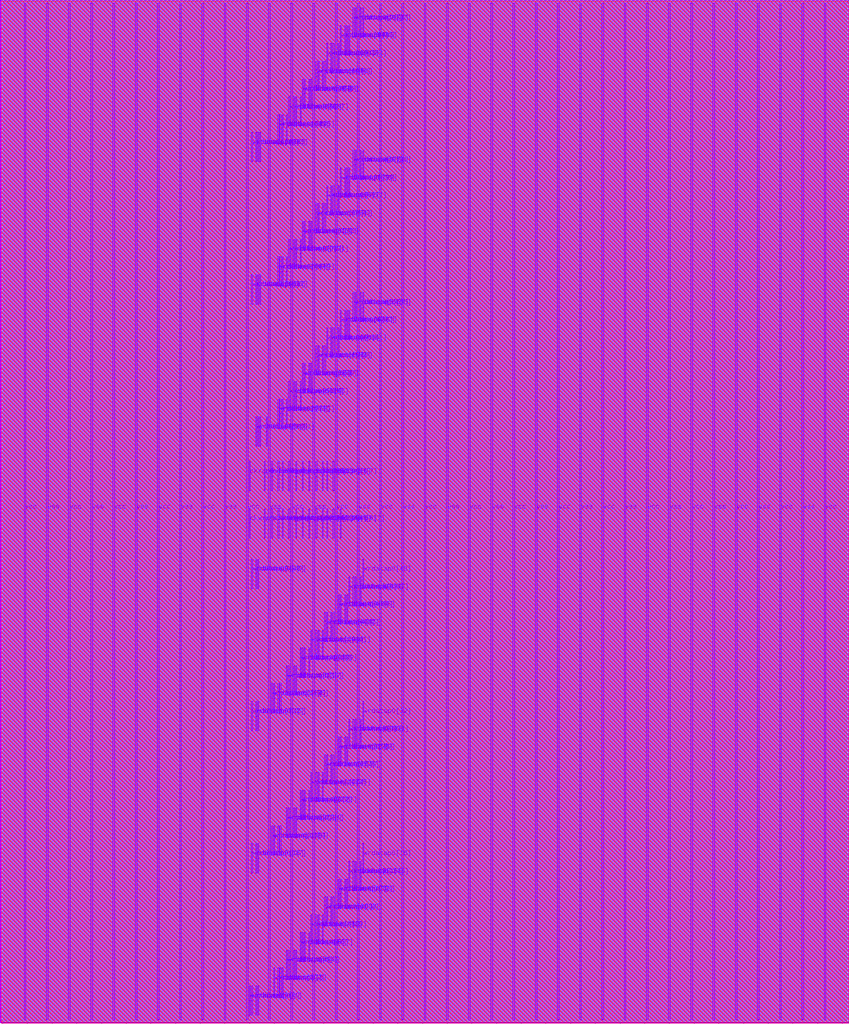
<source format=lef>
VERSION 5.8 ;
BUSBITCHARS "[]" ;
DIVIDERCHAR "/" ;

UNITS
  DATABASE MICRONS 4000 ;
END UNITS

MANUFACTURINGGRID 0.0005 ;

MACRO arf096b192e1r1w0cbbeheaa4acw
  CLASS BLOCK ;
  ORIGIN 0 0 ;
  FOREIGN arf096b192e1r1w0cbbeheaa4acw 0 0 ;
  SIZE 34.2 BY 41.28 ;
  PIN ckrdp0
    DIRECTION INPUT ;
    USE SIGNAL ;
    PORT
      LAYER m7 ;
        RECT 9.984 21.48 10.028 22.68 ;
    END
  END ckrdp0
  PIN ckwrp0
    DIRECTION INPUT ;
    USE SIGNAL ;
    PORT
      LAYER m7 ;
        RECT 9.984 19.56 10.028 20.76 ;
    END
  END ckwrp0
  PIN rdaddrp0[0]
    DIRECTION INPUT ;
    USE SIGNAL ;
    PORT
      LAYER m7 ;
        RECT 11.572 21.48 11.616 22.68 ;
    END
  END rdaddrp0[0]
  PIN rdaddrp0[1]
    DIRECTION INPUT ;
    USE SIGNAL ;
    PORT
      LAYER m7 ;
        RECT 11.872 21.48 11.916 22.68 ;
    END
  END rdaddrp0[1]
  PIN rdaddrp0[2]
    DIRECTION INPUT ;
    USE SIGNAL ;
    PORT
      LAYER m7 ;
        RECT 12.128 21.48 12.172 22.68 ;
    END
  END rdaddrp0[2]
  PIN rdaddrp0[3]
    DIRECTION INPUT ;
    USE SIGNAL ;
    PORT
      LAYER m7 ;
        RECT 12.384 21.48 12.428 22.68 ;
    END
  END rdaddrp0[3]
  PIN rdaddrp0[4]
    DIRECTION INPUT ;
    USE SIGNAL ;
    PORT
      LAYER m7 ;
        RECT 12.684 21.48 12.728 22.68 ;
    END
  END rdaddrp0[4]
  PIN rdaddrp0[5]
    DIRECTION INPUT ;
    USE SIGNAL ;
    PORT
      LAYER m7 ;
        RECT 12.944 21.48 12.988 22.68 ;
    END
  END rdaddrp0[5]
  PIN rdaddrp0[6]
    DIRECTION INPUT ;
    USE SIGNAL ;
    PORT
      LAYER m7 ;
        RECT 13.112 21.48 13.156 22.68 ;
    END
  END rdaddrp0[6]
  PIN rdaddrp0[7]
    DIRECTION INPUT ;
    USE SIGNAL ;
    PORT
      LAYER m7 ;
        RECT 13.372 21.48 13.416 22.68 ;
    END
  END rdaddrp0[7]
  PIN rdaddrp0_fd
    DIRECTION INPUT ;
    USE SIGNAL ;
    PORT
      LAYER m7 ;
        RECT 10.584 21.48 10.628 22.68 ;
    END
  END rdaddrp0_fd
  PIN rdaddrp0_rd
    DIRECTION INPUT ;
    USE SIGNAL ;
    PORT
      LAYER m7 ;
        RECT 10.884 21.48 10.928 22.68 ;
    END
  END rdaddrp0_rd
  PIN rddatap0[0]
    DIRECTION OUTPUT ;
    USE SIGNAL ;
    PORT
      LAYER m7 ;
        RECT 10.244 0.24 10.288 1.44 ;
    END
  END rddatap0[0]
  PIN rddatap0[10]
    DIRECTION OUTPUT ;
    USE SIGNAL ;
    PORT
      LAYER m7 ;
        RECT 13.284 3.84 13.328 5.04 ;
    END
  END rddatap0[10]
  PIN rddatap0[11]
    DIRECTION OUTPUT ;
    USE SIGNAL ;
    PORT
      LAYER m7 ;
        RECT 13.372 3.84 13.416 5.04 ;
    END
  END rddatap0[11]
  PIN rddatap0[12]
    DIRECTION OUTPUT ;
    USE SIGNAL ;
    PORT
      LAYER m7 ;
        RECT 13.844 4.56 13.888 5.76 ;
    END
  END rddatap0[12]
  PIN rddatap0[13]
    DIRECTION OUTPUT ;
    USE SIGNAL ;
    PORT
      LAYER m7 ;
        RECT 13.928 4.56 13.972 5.76 ;
    END
  END rddatap0[13]
  PIN rddatap0[14]
    DIRECTION OUTPUT ;
    USE SIGNAL ;
    PORT
      LAYER m7 ;
        RECT 14.272 5.28 14.316 6.48 ;
    END
  END rddatap0[14]
  PIN rddatap0[15]
    DIRECTION OUTPUT ;
    USE SIGNAL ;
    PORT
      LAYER m7 ;
        RECT 14.484 5.28 14.528 6.48 ;
    END
  END rddatap0[15]
  PIN rddatap0[16]
    DIRECTION OUTPUT ;
    USE SIGNAL ;
    PORT
      LAYER m7 ;
        RECT 10.244 6 10.288 7.2 ;
    END
  END rddatap0[16]
  PIN rddatap0[17]
    DIRECTION OUTPUT ;
    USE SIGNAL ;
    PORT
      LAYER m7 ;
        RECT 10.328 6 10.372 7.2 ;
    END
  END rddatap0[17]
  PIN rddatap0[18]
    DIRECTION OUTPUT ;
    USE SIGNAL ;
    PORT
      LAYER m7 ;
        RECT 11.144 6.72 11.188 7.92 ;
    END
  END rddatap0[18]
  PIN rddatap0[19]
    DIRECTION OUTPUT ;
    USE SIGNAL ;
    PORT
      LAYER m7 ;
        RECT 11.228 6.72 11.272 7.92 ;
    END
  END rddatap0[19]
  PIN rddatap0[1]
    DIRECTION OUTPUT ;
    USE SIGNAL ;
    PORT
      LAYER m7 ;
        RECT 10.328 0.24 10.372 1.44 ;
    END
  END rddatap0[1]
  PIN rddatap0[20]
    DIRECTION OUTPUT ;
    USE SIGNAL ;
    PORT
      LAYER m7 ;
        RECT 11.784 7.44 11.828 8.64 ;
    END
  END rddatap0[20]
  PIN rddatap0[21]
    DIRECTION OUTPUT ;
    USE SIGNAL ;
    PORT
      LAYER m7 ;
        RECT 11.872 7.44 11.916 8.64 ;
    END
  END rddatap0[21]
  PIN rddatap0[22]
    DIRECTION OUTPUT ;
    USE SIGNAL ;
    PORT
      LAYER m7 ;
        RECT 12.212 8.16 12.256 9.36 ;
    END
  END rddatap0[22]
  PIN rddatap0[23]
    DIRECTION OUTPUT ;
    USE SIGNAL ;
    PORT
      LAYER m7 ;
        RECT 12.384 8.16 12.428 9.36 ;
    END
  END rddatap0[23]
  PIN rddatap0[24]
    DIRECTION OUTPUT ;
    USE SIGNAL ;
    PORT
      LAYER m7 ;
        RECT 12.772 8.88 12.816 10.08 ;
    END
  END rddatap0[24]
  PIN rddatap0[25]
    DIRECTION OUTPUT ;
    USE SIGNAL ;
    PORT
      LAYER m7 ;
        RECT 12.944 8.88 12.988 10.08 ;
    END
  END rddatap0[25]
  PIN rddatap0[26]
    DIRECTION OUTPUT ;
    USE SIGNAL ;
    PORT
      LAYER m7 ;
        RECT 13.284 9.6 13.328 10.8 ;
    END
  END rddatap0[26]
  PIN rddatap0[27]
    DIRECTION OUTPUT ;
    USE SIGNAL ;
    PORT
      LAYER m7 ;
        RECT 13.372 9.6 13.416 10.8 ;
    END
  END rddatap0[27]
  PIN rddatap0[28]
    DIRECTION OUTPUT ;
    USE SIGNAL ;
    PORT
      LAYER m7 ;
        RECT 13.844 10.32 13.888 11.52 ;
    END
  END rddatap0[28]
  PIN rddatap0[29]
    DIRECTION OUTPUT ;
    USE SIGNAL ;
    PORT
      LAYER m7 ;
        RECT 13.928 10.32 13.972 11.52 ;
    END
  END rddatap0[29]
  PIN rddatap0[2]
    DIRECTION OUTPUT ;
    USE SIGNAL ;
    PORT
      LAYER m7 ;
        RECT 11.228 0.96 11.272 2.16 ;
    END
  END rddatap0[2]
  PIN rddatap0[30]
    DIRECTION OUTPUT ;
    USE SIGNAL ;
    PORT
      LAYER m7 ;
        RECT 14.272 11.04 14.316 12.24 ;
    END
  END rddatap0[30]
  PIN rddatap0[31]
    DIRECTION OUTPUT ;
    USE SIGNAL ;
    PORT
      LAYER m7 ;
        RECT 14.484 11.04 14.528 12.24 ;
    END
  END rddatap0[31]
  PIN rddatap0[32]
    DIRECTION OUTPUT ;
    USE SIGNAL ;
    PORT
      LAYER m7 ;
        RECT 10.244 11.76 10.288 12.96 ;
    END
  END rddatap0[32]
  PIN rddatap0[33]
    DIRECTION OUTPUT ;
    USE SIGNAL ;
    PORT
      LAYER m7 ;
        RECT 10.328 11.76 10.372 12.96 ;
    END
  END rddatap0[33]
  PIN rddatap0[34]
    DIRECTION OUTPUT ;
    USE SIGNAL ;
    PORT
      LAYER m7 ;
        RECT 11.144 12.48 11.188 13.68 ;
    END
  END rddatap0[34]
  PIN rddatap0[35]
    DIRECTION OUTPUT ;
    USE SIGNAL ;
    PORT
      LAYER m7 ;
        RECT 11.228 12.48 11.272 13.68 ;
    END
  END rddatap0[35]
  PIN rddatap0[36]
    DIRECTION OUTPUT ;
    USE SIGNAL ;
    PORT
      LAYER m7 ;
        RECT 11.784 13.2 11.828 14.4 ;
    END
  END rddatap0[36]
  PIN rddatap0[37]
    DIRECTION OUTPUT ;
    USE SIGNAL ;
    PORT
      LAYER m7 ;
        RECT 11.872 13.2 11.916 14.4 ;
    END
  END rddatap0[37]
  PIN rddatap0[38]
    DIRECTION OUTPUT ;
    USE SIGNAL ;
    PORT
      LAYER m7 ;
        RECT 12.212 13.92 12.256 15.12 ;
    END
  END rddatap0[38]
  PIN rddatap0[39]
    DIRECTION OUTPUT ;
    USE SIGNAL ;
    PORT
      LAYER m7 ;
        RECT 12.384 13.92 12.428 15.12 ;
    END
  END rddatap0[39]
  PIN rddatap0[3]
    DIRECTION OUTPUT ;
    USE SIGNAL ;
    PORT
      LAYER m7 ;
        RECT 11.312 0.96 11.356 2.16 ;
    END
  END rddatap0[3]
  PIN rddatap0[40]
    DIRECTION OUTPUT ;
    USE SIGNAL ;
    PORT
      LAYER m7 ;
        RECT 12.772 14.64 12.816 15.84 ;
    END
  END rddatap0[40]
  PIN rddatap0[41]
    DIRECTION OUTPUT ;
    USE SIGNAL ;
    PORT
      LAYER m7 ;
        RECT 12.944 14.64 12.988 15.84 ;
    END
  END rddatap0[41]
  PIN rddatap0[42]
    DIRECTION OUTPUT ;
    USE SIGNAL ;
    PORT
      LAYER m7 ;
        RECT 13.284 15.36 13.328 16.56 ;
    END
  END rddatap0[42]
  PIN rddatap0[43]
    DIRECTION OUTPUT ;
    USE SIGNAL ;
    PORT
      LAYER m7 ;
        RECT 13.372 15.36 13.416 16.56 ;
    END
  END rddatap0[43]
  PIN rddatap0[44]
    DIRECTION OUTPUT ;
    USE SIGNAL ;
    PORT
      LAYER m7 ;
        RECT 13.844 16.08 13.888 17.28 ;
    END
  END rddatap0[44]
  PIN rddatap0[45]
    DIRECTION OUTPUT ;
    USE SIGNAL ;
    PORT
      LAYER m7 ;
        RECT 13.928 16.08 13.972 17.28 ;
    END
  END rddatap0[45]
  PIN rddatap0[46]
    DIRECTION OUTPUT ;
    USE SIGNAL ;
    PORT
      LAYER m7 ;
        RECT 14.272 16.8 14.316 18 ;
    END
  END rddatap0[46]
  PIN rddatap0[47]
    DIRECTION OUTPUT ;
    USE SIGNAL ;
    PORT
      LAYER m7 ;
        RECT 14.484 16.8 14.528 18 ;
    END
  END rddatap0[47]
  PIN rddatap0[48]
    DIRECTION OUTPUT ;
    USE SIGNAL ;
    PORT
      LAYER m7 ;
        RECT 10.244 17.52 10.288 18.72 ;
    END
  END rddatap0[48]
  PIN rddatap0[49]
    DIRECTION OUTPUT ;
    USE SIGNAL ;
    PORT
      LAYER m7 ;
        RECT 10.328 17.52 10.372 18.72 ;
    END
  END rddatap0[49]
  PIN rddatap0[4]
    DIRECTION OUTPUT ;
    USE SIGNAL ;
    PORT
      LAYER m7 ;
        RECT 11.784 1.68 11.828 2.88 ;
    END
  END rddatap0[4]
  PIN rddatap0[50]
    DIRECTION OUTPUT ;
    USE SIGNAL ;
    PORT
      LAYER m7 ;
        RECT 10.412 23.28 10.456 24.48 ;
    END
  END rddatap0[50]
  PIN rddatap0[51]
    DIRECTION OUTPUT ;
    USE SIGNAL ;
    PORT
      LAYER m7 ;
        RECT 10.672 23.28 10.716 24.48 ;
    END
  END rddatap0[51]
  PIN rddatap0[52]
    DIRECTION OUTPUT ;
    USE SIGNAL ;
    PORT
      LAYER m7 ;
        RECT 11.312 24 11.356 25.2 ;
    END
  END rddatap0[52]
  PIN rddatap0[53]
    DIRECTION OUTPUT ;
    USE SIGNAL ;
    PORT
      LAYER m7 ;
        RECT 11.484 24 11.528 25.2 ;
    END
  END rddatap0[53]
  PIN rddatap0[54]
    DIRECTION OUTPUT ;
    USE SIGNAL ;
    PORT
      LAYER m7 ;
        RECT 11.872 24.72 11.916 25.92 ;
    END
  END rddatap0[54]
  PIN rddatap0[55]
    DIRECTION OUTPUT ;
    USE SIGNAL ;
    PORT
      LAYER m7 ;
        RECT 12.044 24.72 12.088 25.92 ;
    END
  END rddatap0[55]
  PIN rddatap0[56]
    DIRECTION OUTPUT ;
    USE SIGNAL ;
    PORT
      LAYER m7 ;
        RECT 12.384 25.44 12.428 26.64 ;
    END
  END rddatap0[56]
  PIN rddatap0[57]
    DIRECTION OUTPUT ;
    USE SIGNAL ;
    PORT
      LAYER m7 ;
        RECT 12.472 25.44 12.516 26.64 ;
    END
  END rddatap0[57]
  PIN rddatap0[58]
    DIRECTION OUTPUT ;
    USE SIGNAL ;
    PORT
      LAYER m7 ;
        RECT 12.944 26.16 12.988 27.36 ;
    END
  END rddatap0[58]
  PIN rddatap0[59]
    DIRECTION OUTPUT ;
    USE SIGNAL ;
    PORT
      LAYER m7 ;
        RECT 13.028 26.16 13.072 27.36 ;
    END
  END rddatap0[59]
  PIN rddatap0[5]
    DIRECTION OUTPUT ;
    USE SIGNAL ;
    PORT
      LAYER m7 ;
        RECT 11.872 1.68 11.916 2.88 ;
    END
  END rddatap0[5]
  PIN rddatap0[60]
    DIRECTION OUTPUT ;
    USE SIGNAL ;
    PORT
      LAYER m7 ;
        RECT 13.372 26.88 13.416 28.08 ;
    END
  END rddatap0[60]
  PIN rddatap0[61]
    DIRECTION OUTPUT ;
    USE SIGNAL ;
    PORT
      LAYER m7 ;
        RECT 13.584 26.88 13.628 28.08 ;
    END
  END rddatap0[61]
  PIN rddatap0[62]
    DIRECTION OUTPUT ;
    USE SIGNAL ;
    PORT
      LAYER m7 ;
        RECT 13.928 27.6 13.972 28.8 ;
    END
  END rddatap0[62]
  PIN rddatap0[63]
    DIRECTION OUTPUT ;
    USE SIGNAL ;
    PORT
      LAYER m7 ;
        RECT 14.012 27.6 14.056 28.8 ;
    END
  END rddatap0[63]
  PIN rddatap0[64]
    DIRECTION OUTPUT ;
    USE SIGNAL ;
    PORT
      LAYER m7 ;
        RECT 14.484 28.32 14.528 29.52 ;
    END
  END rddatap0[64]
  PIN rddatap0[65]
    DIRECTION OUTPUT ;
    USE SIGNAL ;
    PORT
      LAYER m7 ;
        RECT 14.572 28.32 14.616 29.52 ;
    END
  END rddatap0[65]
  PIN rddatap0[66]
    DIRECTION OUTPUT ;
    USE SIGNAL ;
    PORT
      LAYER m7 ;
        RECT 10.328 29.04 10.372 30.24 ;
    END
  END rddatap0[66]
  PIN rddatap0[67]
    DIRECTION OUTPUT ;
    USE SIGNAL ;
    PORT
      LAYER m7 ;
        RECT 10.412 29.04 10.456 30.24 ;
    END
  END rddatap0[67]
  PIN rddatap0[68]
    DIRECTION OUTPUT ;
    USE SIGNAL ;
    PORT
      LAYER m7 ;
        RECT 11.312 29.76 11.356 30.96 ;
    END
  END rddatap0[68]
  PIN rddatap0[69]
    DIRECTION OUTPUT ;
    USE SIGNAL ;
    PORT
      LAYER m7 ;
        RECT 11.484 29.76 11.528 30.96 ;
    END
  END rddatap0[69]
  PIN rddatap0[6]
    DIRECTION OUTPUT ;
    USE SIGNAL ;
    PORT
      LAYER m7 ;
        RECT 12.212 2.4 12.256 3.6 ;
    END
  END rddatap0[6]
  PIN rddatap0[70]
    DIRECTION OUTPUT ;
    USE SIGNAL ;
    PORT
      LAYER m7 ;
        RECT 11.872 30.48 11.916 31.68 ;
    END
  END rddatap0[70]
  PIN rddatap0[71]
    DIRECTION OUTPUT ;
    USE SIGNAL ;
    PORT
      LAYER m7 ;
        RECT 12.044 30.48 12.088 31.68 ;
    END
  END rddatap0[71]
  PIN rddatap0[72]
    DIRECTION OUTPUT ;
    USE SIGNAL ;
    PORT
      LAYER m7 ;
        RECT 12.384 31.2 12.428 32.4 ;
    END
  END rddatap0[72]
  PIN rddatap0[73]
    DIRECTION OUTPUT ;
    USE SIGNAL ;
    PORT
      LAYER m7 ;
        RECT 12.472 31.2 12.516 32.4 ;
    END
  END rddatap0[73]
  PIN rddatap0[74]
    DIRECTION OUTPUT ;
    USE SIGNAL ;
    PORT
      LAYER m7 ;
        RECT 12.944 31.92 12.988 33.12 ;
    END
  END rddatap0[74]
  PIN rddatap0[75]
    DIRECTION OUTPUT ;
    USE SIGNAL ;
    PORT
      LAYER m7 ;
        RECT 13.028 31.92 13.072 33.12 ;
    END
  END rddatap0[75]
  PIN rddatap0[76]
    DIRECTION OUTPUT ;
    USE SIGNAL ;
    PORT
      LAYER m7 ;
        RECT 13.372 32.64 13.416 33.84 ;
    END
  END rddatap0[76]
  PIN rddatap0[77]
    DIRECTION OUTPUT ;
    USE SIGNAL ;
    PORT
      LAYER m7 ;
        RECT 13.584 32.64 13.628 33.84 ;
    END
  END rddatap0[77]
  PIN rddatap0[78]
    DIRECTION OUTPUT ;
    USE SIGNAL ;
    PORT
      LAYER m7 ;
        RECT 13.928 33.36 13.972 34.56 ;
    END
  END rddatap0[78]
  PIN rddatap0[79]
    DIRECTION OUTPUT ;
    USE SIGNAL ;
    PORT
      LAYER m7 ;
        RECT 14.012 33.36 14.056 34.56 ;
    END
  END rddatap0[79]
  PIN rddatap0[7]
    DIRECTION OUTPUT ;
    USE SIGNAL ;
    PORT
      LAYER m7 ;
        RECT 12.384 2.4 12.428 3.6 ;
    END
  END rddatap0[7]
  PIN rddatap0[80]
    DIRECTION OUTPUT ;
    USE SIGNAL ;
    PORT
      LAYER m7 ;
        RECT 14.484 34.08 14.528 35.28 ;
    END
  END rddatap0[80]
  PIN rddatap0[81]
    DIRECTION OUTPUT ;
    USE SIGNAL ;
    PORT
      LAYER m7 ;
        RECT 14.572 34.08 14.616 35.28 ;
    END
  END rddatap0[81]
  PIN rddatap0[82]
    DIRECTION OUTPUT ;
    USE SIGNAL ;
    PORT
      LAYER m7 ;
        RECT 10.328 34.8 10.372 36 ;
    END
  END rddatap0[82]
  PIN rddatap0[83]
    DIRECTION OUTPUT ;
    USE SIGNAL ;
    PORT
      LAYER m7 ;
        RECT 10.412 34.8 10.456 36 ;
    END
  END rddatap0[83]
  PIN rddatap0[84]
    DIRECTION OUTPUT ;
    USE SIGNAL ;
    PORT
      LAYER m7 ;
        RECT 11.312 35.52 11.356 36.72 ;
    END
  END rddatap0[84]
  PIN rddatap0[85]
    DIRECTION OUTPUT ;
    USE SIGNAL ;
    PORT
      LAYER m7 ;
        RECT 11.484 35.52 11.528 36.72 ;
    END
  END rddatap0[85]
  PIN rddatap0[86]
    DIRECTION OUTPUT ;
    USE SIGNAL ;
    PORT
      LAYER m7 ;
        RECT 11.872 36.24 11.916 37.44 ;
    END
  END rddatap0[86]
  PIN rddatap0[87]
    DIRECTION OUTPUT ;
    USE SIGNAL ;
    PORT
      LAYER m7 ;
        RECT 12.044 36.24 12.088 37.44 ;
    END
  END rddatap0[87]
  PIN rddatap0[88]
    DIRECTION OUTPUT ;
    USE SIGNAL ;
    PORT
      LAYER m7 ;
        RECT 12.384 36.96 12.428 38.16 ;
    END
  END rddatap0[88]
  PIN rddatap0[89]
    DIRECTION OUTPUT ;
    USE SIGNAL ;
    PORT
      LAYER m7 ;
        RECT 12.472 36.96 12.516 38.16 ;
    END
  END rddatap0[89]
  PIN rddatap0[8]
    DIRECTION OUTPUT ;
    USE SIGNAL ;
    PORT
      LAYER m7 ;
        RECT 12.772 3.12 12.816 4.32 ;
    END
  END rddatap0[8]
  PIN rddatap0[90]
    DIRECTION OUTPUT ;
    USE SIGNAL ;
    PORT
      LAYER m7 ;
        RECT 12.944 37.68 12.988 38.88 ;
    END
  END rddatap0[90]
  PIN rddatap0[91]
    DIRECTION OUTPUT ;
    USE SIGNAL ;
    PORT
      LAYER m7 ;
        RECT 13.028 37.68 13.072 38.88 ;
    END
  END rddatap0[91]
  PIN rddatap0[92]
    DIRECTION OUTPUT ;
    USE SIGNAL ;
    PORT
      LAYER m7 ;
        RECT 13.372 38.4 13.416 39.6 ;
    END
  END rddatap0[92]
  PIN rddatap0[93]
    DIRECTION OUTPUT ;
    USE SIGNAL ;
    PORT
      LAYER m7 ;
        RECT 13.584 38.4 13.628 39.6 ;
    END
  END rddatap0[93]
  PIN rddatap0[94]
    DIRECTION OUTPUT ;
    USE SIGNAL ;
    PORT
      LAYER m7 ;
        RECT 13.928 39.12 13.972 40.32 ;
    END
  END rddatap0[94]
  PIN rddatap0[95]
    DIRECTION OUTPUT ;
    USE SIGNAL ;
    PORT
      LAYER m7 ;
        RECT 14.012 39.12 14.056 40.32 ;
    END
  END rddatap0[95]
  PIN rddatap0[96]
    DIRECTION OUTPUT ;
    USE SIGNAL ;
    PORT
      LAYER m7 ;
        RECT 14.484 39.84 14.528 41.04 ;
    END
  END rddatap0[96]
  PIN rddatap0[97]
    DIRECTION OUTPUT ;
    USE SIGNAL ;
    PORT
      LAYER m7 ;
        RECT 14.572 39.84 14.616 41.04 ;
    END
  END rddatap0[97]
  PIN rddatap0[9]
    DIRECTION OUTPUT ;
    USE SIGNAL ;
    PORT
      LAYER m7 ;
        RECT 12.944 3.12 12.988 4.32 ;
    END
  END rddatap0[9]
  PIN rdenp0
    DIRECTION INPUT ;
    USE SIGNAL ;
    PORT
      LAYER m7 ;
        RECT 11.144 21.48 11.188 22.68 ;
    END
  END rdenp0
  PIN sdl_initp0
    DIRECTION INPUT ;
    USE SIGNAL ;
    PORT
      LAYER m7 ;
        RECT 11.312 21.48 11.356 22.68 ;
    END
  END sdl_initp0
  PIN vcc
    DIRECTION INPUT ;
    USE POWER ;
    PORT
      LAYER m7 ;
        RECT 33.262 0.06 33.338 41.22 ;
    END
    PORT
      LAYER m7 ;
        RECT 31.462 0.06 31.538 41.22 ;
    END
    PORT
      LAYER m7 ;
        RECT 29.662 0.06 29.738 41.22 ;
    END
    PORT
      LAYER m7 ;
        RECT 27.862 0.06 27.938 41.22 ;
    END
    PORT
      LAYER m7 ;
        RECT 26.062 0.06 26.138 41.22 ;
    END
    PORT
      LAYER m7 ;
        RECT 24.262 0.06 24.338 41.22 ;
    END
    PORT
      LAYER m7 ;
        RECT 22.462 0.06 22.538 41.22 ;
    END
    PORT
      LAYER m7 ;
        RECT 20.662 0.06 20.738 41.22 ;
    END
    PORT
      LAYER m7 ;
        RECT 18.862 0.06 18.938 41.22 ;
    END
    PORT
      LAYER m7 ;
        RECT 17.062 0.06 17.138 41.22 ;
    END
    PORT
      LAYER m7 ;
        RECT 15.262 0.06 15.338 41.22 ;
    END
    PORT
      LAYER m7 ;
        RECT 13.462 0.06 13.538 41.22 ;
    END
    PORT
      LAYER m7 ;
        RECT 11.662 0.06 11.738 41.22 ;
    END
    PORT
      LAYER m7 ;
        RECT 9.862 0.06 9.938 41.22 ;
    END
    PORT
      LAYER m7 ;
        RECT 8.062 0.06 8.138 41.22 ;
    END
    PORT
      LAYER m7 ;
        RECT 6.262 0.06 6.338 41.22 ;
    END
    PORT
      LAYER m7 ;
        RECT 4.462 0.06 4.538 41.22 ;
    END
    PORT
      LAYER m7 ;
        RECT 2.662 0.06 2.738 41.22 ;
    END
    PORT
      LAYER m7 ;
        RECT 0.862 0.06 0.938 41.22 ;
    END
  END vcc
  PIN vss
    DIRECTION INOUT ;
    USE GROUND ;
    PORT
      LAYER m7 ;
        RECT 32.362 0.06 32.438 41.22 ;
    END
    PORT
      LAYER m7 ;
        RECT 30.562 0.06 30.638 41.22 ;
    END
    PORT
      LAYER m7 ;
        RECT 28.762 0.06 28.838 41.22 ;
    END
    PORT
      LAYER m7 ;
        RECT 26.962 0.06 27.038 41.22 ;
    END
    PORT
      LAYER m7 ;
        RECT 25.162 0.06 25.238 41.22 ;
    END
    PORT
      LAYER m7 ;
        RECT 23.362 0.06 23.438 41.22 ;
    END
    PORT
      LAYER m7 ;
        RECT 21.562 0.06 21.638 41.22 ;
    END
    PORT
      LAYER m7 ;
        RECT 19.762 0.06 19.838 41.22 ;
    END
    PORT
      LAYER m7 ;
        RECT 17.962 0.06 18.038 41.22 ;
    END
    PORT
      LAYER m7 ;
        RECT 16.162 0.06 16.238 41.22 ;
    END
    PORT
      LAYER m7 ;
        RECT 14.362 0.06 14.438 41.22 ;
    END
    PORT
      LAYER m7 ;
        RECT 12.562 0.06 12.638 41.22 ;
    END
    PORT
      LAYER m7 ;
        RECT 10.762 0.06 10.838 41.22 ;
    END
    PORT
      LAYER m7 ;
        RECT 8.962 0.06 9.038 41.22 ;
    END
    PORT
      LAYER m7 ;
        RECT 7.162 0.06 7.238 41.22 ;
    END
    PORT
      LAYER m7 ;
        RECT 5.362 0.06 5.438 41.22 ;
    END
    PORT
      LAYER m7 ;
        RECT 3.562 0.06 3.638 41.22 ;
    END
    PORT
      LAYER m7 ;
        RECT 1.762 0.06 1.838 41.22 ;
    END
  END vss
  PIN wraddrp0[0]
    DIRECTION INPUT ;
    USE SIGNAL ;
    PORT
      LAYER m7 ;
        RECT 11.872 19.56 11.916 20.76 ;
    END
  END wraddrp0[0]
  PIN wraddrp0[1]
    DIRECTION INPUT ;
    USE SIGNAL ;
    PORT
      LAYER m7 ;
        RECT 12.128 19.56 12.172 20.76 ;
    END
  END wraddrp0[1]
  PIN wraddrp0[2]
    DIRECTION INPUT ;
    USE SIGNAL ;
    PORT
      LAYER m7 ;
        RECT 12.384 19.56 12.428 20.76 ;
    END
  END wraddrp0[2]
  PIN wraddrp0[3]
    DIRECTION INPUT ;
    USE SIGNAL ;
    PORT
      LAYER m7 ;
        RECT 12.684 19.56 12.728 20.76 ;
    END
  END wraddrp0[3]
  PIN wraddrp0[4]
    DIRECTION INPUT ;
    USE SIGNAL ;
    PORT
      LAYER m7 ;
        RECT 12.944 19.56 12.988 20.76 ;
    END
  END wraddrp0[4]
  PIN wraddrp0[5]
    DIRECTION INPUT ;
    USE SIGNAL ;
    PORT
      LAYER m7 ;
        RECT 13.112 19.56 13.156 20.76 ;
    END
  END wraddrp0[5]
  PIN wraddrp0[6]
    DIRECTION INPUT ;
    USE SIGNAL ;
    PORT
      LAYER m7 ;
        RECT 13.372 19.56 13.416 20.76 ;
    END
  END wraddrp0[6]
  PIN wraddrp0[7]
    DIRECTION INPUT ;
    USE SIGNAL ;
    PORT
      LAYER m7 ;
        RECT 13.672 19.56 13.716 20.76 ;
    END
  END wraddrp0[7]
  PIN wraddrp0_fd
    DIRECTION INPUT ;
    USE SIGNAL ;
    PORT
      LAYER m7 ;
        RECT 10.584 19.56 10.628 20.76 ;
    END
  END wraddrp0_fd
  PIN wraddrp0_rd
    DIRECTION INPUT ;
    USE SIGNAL ;
    PORT
      LAYER m7 ;
        RECT 10.884 19.56 10.928 20.76 ;
    END
  END wraddrp0_rd
  PIN wrdatap0[0]
    DIRECTION INPUT ;
    USE SIGNAL ;
    PORT
      LAYER m7 ;
        RECT 9.984 0.24 10.028 1.44 ;
    END
  END wrdatap0[0]
  PIN wrdatap0[10]
    DIRECTION INPUT ;
    USE SIGNAL ;
    PORT
      LAYER m7 ;
        RECT 13.028 3.84 13.072 5.04 ;
    END
  END wrdatap0[10]
  PIN wrdatap0[11]
    DIRECTION INPUT ;
    USE SIGNAL ;
    PORT
      LAYER m7 ;
        RECT 13.112 3.84 13.156 5.04 ;
    END
  END wrdatap0[11]
  PIN wrdatap0[12]
    DIRECTION INPUT ;
    USE SIGNAL ;
    PORT
      LAYER m7 ;
        RECT 13.584 4.56 13.628 5.76 ;
    END
  END wrdatap0[12]
  PIN wrdatap0[13]
    DIRECTION INPUT ;
    USE SIGNAL ;
    PORT
      LAYER m7 ;
        RECT 13.672 4.56 13.716 5.76 ;
    END
  END wrdatap0[13]
  PIN wrdatap0[14]
    DIRECTION INPUT ;
    USE SIGNAL ;
    PORT
      LAYER m7 ;
        RECT 14.012 5.28 14.056 6.48 ;
    END
  END wrdatap0[14]
  PIN wrdatap0[15]
    DIRECTION INPUT ;
    USE SIGNAL ;
    PORT
      LAYER m7 ;
        RECT 14.184 5.28 14.228 6.48 ;
    END
  END wrdatap0[15]
  PIN wrdatap0[16]
    DIRECTION INPUT ;
    USE SIGNAL ;
    PORT
      LAYER m7 ;
        RECT 14.572 6 14.616 7.2 ;
    END
  END wrdatap0[16]
  PIN wrdatap0[17]
    DIRECTION INPUT ;
    USE SIGNAL ;
    PORT
      LAYER m7 ;
        RECT 10.072 6 10.116 7.2 ;
    END
  END wrdatap0[17]
  PIN wrdatap0[18]
    DIRECTION INPUT ;
    USE SIGNAL ;
    PORT
      LAYER m7 ;
        RECT 10.884 6.72 10.928 7.92 ;
    END
  END wrdatap0[18]
  PIN wrdatap0[19]
    DIRECTION INPUT ;
    USE SIGNAL ;
    PORT
      LAYER m7 ;
        RECT 10.972 6.72 11.016 7.92 ;
    END
  END wrdatap0[19]
  PIN wrdatap0[1]
    DIRECTION INPUT ;
    USE SIGNAL ;
    PORT
      LAYER m7 ;
        RECT 10.072 0.24 10.116 1.44 ;
    END
  END wrdatap0[1]
  PIN wrdatap0[20]
    DIRECTION INPUT ;
    USE SIGNAL ;
    PORT
      LAYER m7 ;
        RECT 11.484 7.44 11.528 8.64 ;
    END
  END wrdatap0[20]
  PIN wrdatap0[21]
    DIRECTION INPUT ;
    USE SIGNAL ;
    PORT
      LAYER m7 ;
        RECT 11.572 7.44 11.616 8.64 ;
    END
  END wrdatap0[21]
  PIN wrdatap0[22]
    DIRECTION INPUT ;
    USE SIGNAL ;
    PORT
      LAYER m7 ;
        RECT 12.044 8.16 12.088 9.36 ;
    END
  END wrdatap0[22]
  PIN wrdatap0[23]
    DIRECTION INPUT ;
    USE SIGNAL ;
    PORT
      LAYER m7 ;
        RECT 12.128 8.16 12.172 9.36 ;
    END
  END wrdatap0[23]
  PIN wrdatap0[24]
    DIRECTION INPUT ;
    USE SIGNAL ;
    PORT
      LAYER m7 ;
        RECT 12.472 8.88 12.516 10.08 ;
    END
  END wrdatap0[24]
  PIN wrdatap0[25]
    DIRECTION INPUT ;
    USE SIGNAL ;
    PORT
      LAYER m7 ;
        RECT 12.684 8.88 12.728 10.08 ;
    END
  END wrdatap0[25]
  PIN wrdatap0[26]
    DIRECTION INPUT ;
    USE SIGNAL ;
    PORT
      LAYER m7 ;
        RECT 13.028 9.6 13.072 10.8 ;
    END
  END wrdatap0[26]
  PIN wrdatap0[27]
    DIRECTION INPUT ;
    USE SIGNAL ;
    PORT
      LAYER m7 ;
        RECT 13.112 9.6 13.156 10.8 ;
    END
  END wrdatap0[27]
  PIN wrdatap0[28]
    DIRECTION INPUT ;
    USE SIGNAL ;
    PORT
      LAYER m7 ;
        RECT 13.584 10.32 13.628 11.52 ;
    END
  END wrdatap0[28]
  PIN wrdatap0[29]
    DIRECTION INPUT ;
    USE SIGNAL ;
    PORT
      LAYER m7 ;
        RECT 13.672 10.32 13.716 11.52 ;
    END
  END wrdatap0[29]
  PIN wrdatap0[2]
    DIRECTION INPUT ;
    USE SIGNAL ;
    PORT
      LAYER m7 ;
        RECT 10.972 0.96 11.016 2.16 ;
    END
  END wrdatap0[2]
  PIN wrdatap0[30]
    DIRECTION INPUT ;
    USE SIGNAL ;
    PORT
      LAYER m7 ;
        RECT 14.012 11.04 14.056 12.24 ;
    END
  END wrdatap0[30]
  PIN wrdatap0[31]
    DIRECTION INPUT ;
    USE SIGNAL ;
    PORT
      LAYER m7 ;
        RECT 14.184 11.04 14.228 12.24 ;
    END
  END wrdatap0[31]
  PIN wrdatap0[32]
    DIRECTION INPUT ;
    USE SIGNAL ;
    PORT
      LAYER m7 ;
        RECT 14.572 11.76 14.616 12.96 ;
    END
  END wrdatap0[32]
  PIN wrdatap0[33]
    DIRECTION INPUT ;
    USE SIGNAL ;
    PORT
      LAYER m7 ;
        RECT 10.072 11.76 10.116 12.96 ;
    END
  END wrdatap0[33]
  PIN wrdatap0[34]
    DIRECTION INPUT ;
    USE SIGNAL ;
    PORT
      LAYER m7 ;
        RECT 10.884 12.48 10.928 13.68 ;
    END
  END wrdatap0[34]
  PIN wrdatap0[35]
    DIRECTION INPUT ;
    USE SIGNAL ;
    PORT
      LAYER m7 ;
        RECT 10.972 12.48 11.016 13.68 ;
    END
  END wrdatap0[35]
  PIN wrdatap0[36]
    DIRECTION INPUT ;
    USE SIGNAL ;
    PORT
      LAYER m7 ;
        RECT 11.484 13.2 11.528 14.4 ;
    END
  END wrdatap0[36]
  PIN wrdatap0[37]
    DIRECTION INPUT ;
    USE SIGNAL ;
    PORT
      LAYER m7 ;
        RECT 11.572 13.2 11.616 14.4 ;
    END
  END wrdatap0[37]
  PIN wrdatap0[38]
    DIRECTION INPUT ;
    USE SIGNAL ;
    PORT
      LAYER m7 ;
        RECT 12.044 13.92 12.088 15.12 ;
    END
  END wrdatap0[38]
  PIN wrdatap0[39]
    DIRECTION INPUT ;
    USE SIGNAL ;
    PORT
      LAYER m7 ;
        RECT 12.128 13.92 12.172 15.12 ;
    END
  END wrdatap0[39]
  PIN wrdatap0[3]
    DIRECTION INPUT ;
    USE SIGNAL ;
    PORT
      LAYER m7 ;
        RECT 11.144 0.96 11.188 2.16 ;
    END
  END wrdatap0[3]
  PIN wrdatap0[40]
    DIRECTION INPUT ;
    USE SIGNAL ;
    PORT
      LAYER m7 ;
        RECT 12.472 14.64 12.516 15.84 ;
    END
  END wrdatap0[40]
  PIN wrdatap0[41]
    DIRECTION INPUT ;
    USE SIGNAL ;
    PORT
      LAYER m7 ;
        RECT 12.684 14.64 12.728 15.84 ;
    END
  END wrdatap0[41]
  PIN wrdatap0[42]
    DIRECTION INPUT ;
    USE SIGNAL ;
    PORT
      LAYER m7 ;
        RECT 13.028 15.36 13.072 16.56 ;
    END
  END wrdatap0[42]
  PIN wrdatap0[43]
    DIRECTION INPUT ;
    USE SIGNAL ;
    PORT
      LAYER m7 ;
        RECT 13.112 15.36 13.156 16.56 ;
    END
  END wrdatap0[43]
  PIN wrdatap0[44]
    DIRECTION INPUT ;
    USE SIGNAL ;
    PORT
      LAYER m7 ;
        RECT 13.584 16.08 13.628 17.28 ;
    END
  END wrdatap0[44]
  PIN wrdatap0[45]
    DIRECTION INPUT ;
    USE SIGNAL ;
    PORT
      LAYER m7 ;
        RECT 13.672 16.08 13.716 17.28 ;
    END
  END wrdatap0[45]
  PIN wrdatap0[46]
    DIRECTION INPUT ;
    USE SIGNAL ;
    PORT
      LAYER m7 ;
        RECT 14.012 16.8 14.056 18 ;
    END
  END wrdatap0[46]
  PIN wrdatap0[47]
    DIRECTION INPUT ;
    USE SIGNAL ;
    PORT
      LAYER m7 ;
        RECT 14.184 16.8 14.228 18 ;
    END
  END wrdatap0[47]
  PIN wrdatap0[48]
    DIRECTION INPUT ;
    USE SIGNAL ;
    PORT
      LAYER m7 ;
        RECT 14.572 17.52 14.616 18.72 ;
    END
  END wrdatap0[48]
  PIN wrdatap0[49]
    DIRECTION INPUT ;
    USE SIGNAL ;
    PORT
      LAYER m7 ;
        RECT 10.072 17.52 10.116 18.72 ;
    END
  END wrdatap0[49]
  PIN wrdatap0[4]
    DIRECTION INPUT ;
    USE SIGNAL ;
    PORT
      LAYER m7 ;
        RECT 11.484 1.68 11.528 2.88 ;
    END
  END wrdatap0[4]
  PIN wrdatap0[50]
    DIRECTION INPUT ;
    USE SIGNAL ;
    PORT
      LAYER m7 ;
        RECT 10.244 23.28 10.288 24.48 ;
    END
  END wrdatap0[50]
  PIN wrdatap0[51]
    DIRECTION INPUT ;
    USE SIGNAL ;
    PORT
      LAYER m7 ;
        RECT 10.328 23.28 10.372 24.48 ;
    END
  END wrdatap0[51]
  PIN wrdatap0[52]
    DIRECTION INPUT ;
    USE SIGNAL ;
    PORT
      LAYER m7 ;
        RECT 11.144 24 11.188 25.2 ;
    END
  END wrdatap0[52]
  PIN wrdatap0[53]
    DIRECTION INPUT ;
    USE SIGNAL ;
    PORT
      LAYER m7 ;
        RECT 11.228 24 11.272 25.2 ;
    END
  END wrdatap0[53]
  PIN wrdatap0[54]
    DIRECTION INPUT ;
    USE SIGNAL ;
    PORT
      LAYER m7 ;
        RECT 11.572 24.72 11.616 25.92 ;
    END
  END wrdatap0[54]
  PIN wrdatap0[55]
    DIRECTION INPUT ;
    USE SIGNAL ;
    PORT
      LAYER m7 ;
        RECT 11.784 24.72 11.828 25.92 ;
    END
  END wrdatap0[55]
  PIN wrdatap0[56]
    DIRECTION INPUT ;
    USE SIGNAL ;
    PORT
      LAYER m7 ;
        RECT 12.128 25.44 12.172 26.64 ;
    END
  END wrdatap0[56]
  PIN wrdatap0[57]
    DIRECTION INPUT ;
    USE SIGNAL ;
    PORT
      LAYER m7 ;
        RECT 12.212 25.44 12.256 26.64 ;
    END
  END wrdatap0[57]
  PIN wrdatap0[58]
    DIRECTION INPUT ;
    USE SIGNAL ;
    PORT
      LAYER m7 ;
        RECT 12.684 26.16 12.728 27.36 ;
    END
  END wrdatap0[58]
  PIN wrdatap0[59]
    DIRECTION INPUT ;
    USE SIGNAL ;
    PORT
      LAYER m7 ;
        RECT 12.772 26.16 12.816 27.36 ;
    END
  END wrdatap0[59]
  PIN wrdatap0[5]
    DIRECTION INPUT ;
    USE SIGNAL ;
    PORT
      LAYER m7 ;
        RECT 11.572 1.68 11.616 2.88 ;
    END
  END wrdatap0[5]
  PIN wrdatap0[60]
    DIRECTION INPUT ;
    USE SIGNAL ;
    PORT
      LAYER m7 ;
        RECT 13.112 26.88 13.156 28.08 ;
    END
  END wrdatap0[60]
  PIN wrdatap0[61]
    DIRECTION INPUT ;
    USE SIGNAL ;
    PORT
      LAYER m7 ;
        RECT 13.284 26.88 13.328 28.08 ;
    END
  END wrdatap0[61]
  PIN wrdatap0[62]
    DIRECTION INPUT ;
    USE SIGNAL ;
    PORT
      LAYER m7 ;
        RECT 13.672 27.6 13.716 28.8 ;
    END
  END wrdatap0[62]
  PIN wrdatap0[63]
    DIRECTION INPUT ;
    USE SIGNAL ;
    PORT
      LAYER m7 ;
        RECT 13.844 27.6 13.888 28.8 ;
    END
  END wrdatap0[63]
  PIN wrdatap0[64]
    DIRECTION INPUT ;
    USE SIGNAL ;
    PORT
      LAYER m7 ;
        RECT 14.184 28.32 14.228 29.52 ;
    END
  END wrdatap0[64]
  PIN wrdatap0[65]
    DIRECTION INPUT ;
    USE SIGNAL ;
    PORT
      LAYER m7 ;
        RECT 14.272 28.32 14.316 29.52 ;
    END
  END wrdatap0[65]
  PIN wrdatap0[66]
    DIRECTION INPUT ;
    USE SIGNAL ;
    PORT
      LAYER m7 ;
        RECT 10.072 29.04 10.116 30.24 ;
    END
  END wrdatap0[66]
  PIN wrdatap0[67]
    DIRECTION INPUT ;
    USE SIGNAL ;
    PORT
      LAYER m7 ;
        RECT 10.244 29.04 10.288 30.24 ;
    END
  END wrdatap0[67]
  PIN wrdatap0[68]
    DIRECTION INPUT ;
    USE SIGNAL ;
    PORT
      LAYER m7 ;
        RECT 11.144 29.76 11.188 30.96 ;
    END
  END wrdatap0[68]
  PIN wrdatap0[69]
    DIRECTION INPUT ;
    USE SIGNAL ;
    PORT
      LAYER m7 ;
        RECT 11.228 29.76 11.272 30.96 ;
    END
  END wrdatap0[69]
  PIN wrdatap0[6]
    DIRECTION INPUT ;
    USE SIGNAL ;
    PORT
      LAYER m7 ;
        RECT 12.044 2.4 12.088 3.6 ;
    END
  END wrdatap0[6]
  PIN wrdatap0[70]
    DIRECTION INPUT ;
    USE SIGNAL ;
    PORT
      LAYER m7 ;
        RECT 11.572 30.48 11.616 31.68 ;
    END
  END wrdatap0[70]
  PIN wrdatap0[71]
    DIRECTION INPUT ;
    USE SIGNAL ;
    PORT
      LAYER m7 ;
        RECT 11.784 30.48 11.828 31.68 ;
    END
  END wrdatap0[71]
  PIN wrdatap0[72]
    DIRECTION INPUT ;
    USE SIGNAL ;
    PORT
      LAYER m7 ;
        RECT 12.128 31.2 12.172 32.4 ;
    END
  END wrdatap0[72]
  PIN wrdatap0[73]
    DIRECTION INPUT ;
    USE SIGNAL ;
    PORT
      LAYER m7 ;
        RECT 12.212 31.2 12.256 32.4 ;
    END
  END wrdatap0[73]
  PIN wrdatap0[74]
    DIRECTION INPUT ;
    USE SIGNAL ;
    PORT
      LAYER m7 ;
        RECT 12.684 31.92 12.728 33.12 ;
    END
  END wrdatap0[74]
  PIN wrdatap0[75]
    DIRECTION INPUT ;
    USE SIGNAL ;
    PORT
      LAYER m7 ;
        RECT 12.772 31.92 12.816 33.12 ;
    END
  END wrdatap0[75]
  PIN wrdatap0[76]
    DIRECTION INPUT ;
    USE SIGNAL ;
    PORT
      LAYER m7 ;
        RECT 13.112 32.64 13.156 33.84 ;
    END
  END wrdatap0[76]
  PIN wrdatap0[77]
    DIRECTION INPUT ;
    USE SIGNAL ;
    PORT
      LAYER m7 ;
        RECT 13.284 32.64 13.328 33.84 ;
    END
  END wrdatap0[77]
  PIN wrdatap0[78]
    DIRECTION INPUT ;
    USE SIGNAL ;
    PORT
      LAYER m7 ;
        RECT 13.672 33.36 13.716 34.56 ;
    END
  END wrdatap0[78]
  PIN wrdatap0[79]
    DIRECTION INPUT ;
    USE SIGNAL ;
    PORT
      LAYER m7 ;
        RECT 13.844 33.36 13.888 34.56 ;
    END
  END wrdatap0[79]
  PIN wrdatap0[7]
    DIRECTION INPUT ;
    USE SIGNAL ;
    PORT
      LAYER m7 ;
        RECT 12.128 2.4 12.172 3.6 ;
    END
  END wrdatap0[7]
  PIN wrdatap0[80]
    DIRECTION INPUT ;
    USE SIGNAL ;
    PORT
      LAYER m7 ;
        RECT 14.184 34.08 14.228 35.28 ;
    END
  END wrdatap0[80]
  PIN wrdatap0[81]
    DIRECTION INPUT ;
    USE SIGNAL ;
    PORT
      LAYER m7 ;
        RECT 14.272 34.08 14.316 35.28 ;
    END
  END wrdatap0[81]
  PIN wrdatap0[82]
    DIRECTION INPUT ;
    USE SIGNAL ;
    PORT
      LAYER m7 ;
        RECT 10.072 34.8 10.116 36 ;
    END
  END wrdatap0[82]
  PIN wrdatap0[83]
    DIRECTION INPUT ;
    USE SIGNAL ;
    PORT
      LAYER m7 ;
        RECT 10.244 34.8 10.288 36 ;
    END
  END wrdatap0[83]
  PIN wrdatap0[84]
    DIRECTION INPUT ;
    USE SIGNAL ;
    PORT
      LAYER m7 ;
        RECT 11.144 35.52 11.188 36.72 ;
    END
  END wrdatap0[84]
  PIN wrdatap0[85]
    DIRECTION INPUT ;
    USE SIGNAL ;
    PORT
      LAYER m7 ;
        RECT 11.228 35.52 11.272 36.72 ;
    END
  END wrdatap0[85]
  PIN wrdatap0[86]
    DIRECTION INPUT ;
    USE SIGNAL ;
    PORT
      LAYER m7 ;
        RECT 11.572 36.24 11.616 37.44 ;
    END
  END wrdatap0[86]
  PIN wrdatap0[87]
    DIRECTION INPUT ;
    USE SIGNAL ;
    PORT
      LAYER m7 ;
        RECT 11.784 36.24 11.828 37.44 ;
    END
  END wrdatap0[87]
  PIN wrdatap0[88]
    DIRECTION INPUT ;
    USE SIGNAL ;
    PORT
      LAYER m7 ;
        RECT 12.128 36.96 12.172 38.16 ;
    END
  END wrdatap0[88]
  PIN wrdatap0[89]
    DIRECTION INPUT ;
    USE SIGNAL ;
    PORT
      LAYER m7 ;
        RECT 12.212 36.96 12.256 38.16 ;
    END
  END wrdatap0[89]
  PIN wrdatap0[8]
    DIRECTION INPUT ;
    USE SIGNAL ;
    PORT
      LAYER m7 ;
        RECT 12.472 3.12 12.516 4.32 ;
    END
  END wrdatap0[8]
  PIN wrdatap0[90]
    DIRECTION INPUT ;
    USE SIGNAL ;
    PORT
      LAYER m7 ;
        RECT 12.684 37.68 12.728 38.88 ;
    END
  END wrdatap0[90]
  PIN wrdatap0[91]
    DIRECTION INPUT ;
    USE SIGNAL ;
    PORT
      LAYER m7 ;
        RECT 12.772 37.68 12.816 38.88 ;
    END
  END wrdatap0[91]
  PIN wrdatap0[92]
    DIRECTION INPUT ;
    USE SIGNAL ;
    PORT
      LAYER m7 ;
        RECT 13.112 38.4 13.156 39.6 ;
    END
  END wrdatap0[92]
  PIN wrdatap0[93]
    DIRECTION INPUT ;
    USE SIGNAL ;
    PORT
      LAYER m7 ;
        RECT 13.284 38.4 13.328 39.6 ;
    END
  END wrdatap0[93]
  PIN wrdatap0[94]
    DIRECTION INPUT ;
    USE SIGNAL ;
    PORT
      LAYER m7 ;
        RECT 13.672 39.12 13.716 40.32 ;
    END
  END wrdatap0[94]
  PIN wrdatap0[95]
    DIRECTION INPUT ;
    USE SIGNAL ;
    PORT
      LAYER m7 ;
        RECT 13.844 39.12 13.888 40.32 ;
    END
  END wrdatap0[95]
  PIN wrdatap0[96]
    DIRECTION INPUT ;
    USE SIGNAL ;
    PORT
      LAYER m7 ;
        RECT 14.184 39.84 14.228 41.04 ;
    END
  END wrdatap0[96]
  PIN wrdatap0[97]
    DIRECTION INPUT ;
    USE SIGNAL ;
    PORT
      LAYER m7 ;
        RECT 14.272 39.84 14.316 41.04 ;
    END
  END wrdatap0[97]
  PIN wrdatap0[9]
    DIRECTION INPUT ;
    USE SIGNAL ;
    PORT
      LAYER m7 ;
        RECT 12.684 3.12 12.728 4.32 ;
    END
  END wrdatap0[9]
  PIN wrdatap0_fd
    DIRECTION INPUT ;
    USE SIGNAL ;
    PORT
      LAYER m7 ;
        RECT 11.312 19.56 11.356 20.76 ;
    END
  END wrdatap0_fd
  PIN wrdatap0_rd
    DIRECTION INPUT ;
    USE SIGNAL ;
    PORT
      LAYER m7 ;
        RECT 11.572 19.56 11.616 20.76 ;
    END
  END wrdatap0_rd
  PIN wrenp0
    DIRECTION INPUT ;
    USE SIGNAL ;
    PORT
      LAYER m7 ;
        RECT 11.144 19.56 11.188 20.76 ;
    END
  END wrenp0
  OBS
    LAYER m0 SPACING 0 ;
      RECT 0 0 34.2 41.28 ;
    LAYER m1 SPACING 0 ;
      RECT 0 0 34.2 41.28 ;
    LAYER m2 SPACING 0 ;
      RECT -0.0705 -0.038 34.2705 41.318 ;
    LAYER m3 SPACING 0 ;
      RECT -0.035 -0.07 34.235 41.35 ;
    LAYER m4 SPACING 0 ;
      RECT -0.07 -0.038 34.27 41.318 ;
    LAYER m5 SPACING 0 ;
      RECT -0.059 -0.09 34.259 41.37 ;
    LAYER m6 SPACING 0 ;
      RECT -0.09 -0.062 34.29 41.342 ;
    LAYER m7 SPACING 0 ;
      RECT -0.092 -0.06 34.292 41.34 ;
  END
END arf096b192e1r1w0cbbeheaa4acw
END LIBRARY

</source>
